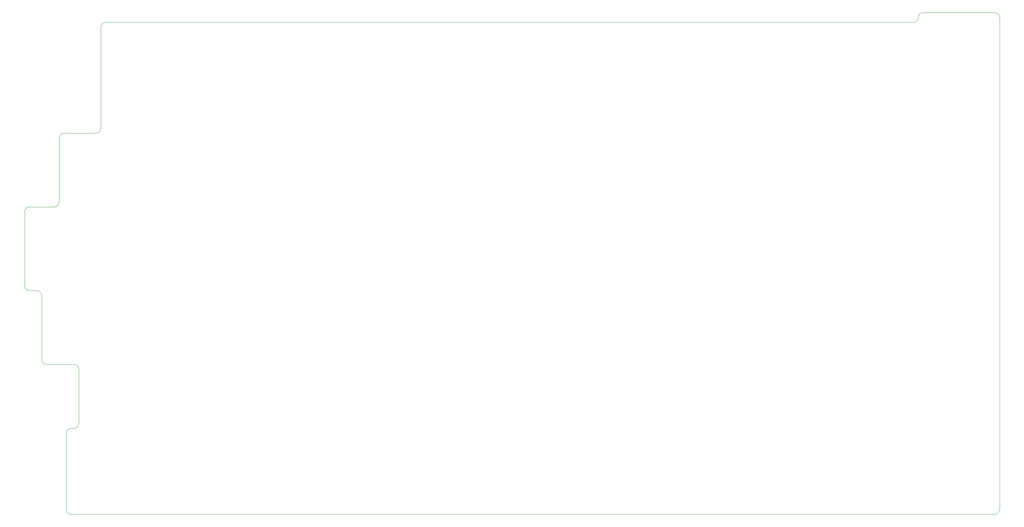
<source format=gm1>
G04 #@! TF.GenerationSoftware,KiCad,Pcbnew,(5.1.4)-1*
G04 #@! TF.CreationDate,2019-10-25T22:11:27-04:00*
G04 #@! TF.ProjectId,Split Keyboard - Right,53706c69-7420-44b6-9579-626f61726420,rev?*
G04 #@! TF.SameCoordinates,Original*
G04 #@! TF.FileFunction,Profile,NP*
%FSLAX46Y46*%
G04 Gerber Fmt 4.6, Leading zero omitted, Abs format (unit mm)*
G04 Created by KiCad (PCBNEW (5.1.4)-1) date 2019-10-25 22:11:27*
%MOMM*%
%LPD*%
G04 APERTURE LIST*
%ADD10C,0.050000*%
G04 APERTURE END LIST*
D10*
X262890000Y-153035000D02*
G75*
G02X261620000Y-154305000I-1270000J0D01*
G01*
X23495000Y-154305000D02*
G75*
G02X22225000Y-153035000I0J1270000D01*
G01*
X22225000Y-133350000D02*
G75*
G02X23495000Y-132080000I1270000J0D01*
G01*
X25400000Y-130810000D02*
G75*
G02X24130000Y-132080000I-1270000J0D01*
G01*
X24130000Y-115570000D02*
G75*
G02X25400000Y-116840000I0J-1270000D01*
G01*
X17145000Y-115570000D02*
G75*
G02X15875000Y-114300000I0J1270000D01*
G01*
X14605000Y-96520000D02*
G75*
G02X15875000Y-97790000I0J-1270000D01*
G01*
X12700000Y-96520000D02*
G75*
G02X11430000Y-95250000I0J1270000D01*
G01*
X11430000Y-76200000D02*
G75*
G02X12700000Y-74930000I1270000J0D01*
G01*
X20320000Y-73660000D02*
G75*
G02X19050000Y-74930000I-1270000J0D01*
G01*
X20320000Y-57150000D02*
G75*
G02X21590000Y-55880000I1270000J0D01*
G01*
X20320000Y-73660000D02*
X20320000Y-57150000D01*
X31115000Y-54610000D02*
G75*
G02X29845000Y-55880000I-1270000J0D01*
G01*
X31115000Y-28575000D02*
G75*
G02X32385000Y-27305000I1270000J0D01*
G01*
X241935000Y-26035000D02*
G75*
G02X240665000Y-27305000I-1270000J0D01*
G01*
X241935000Y-26035000D02*
G75*
G02X243205000Y-24765000I1270000J0D01*
G01*
X261620000Y-24765000D02*
G75*
G02X262890000Y-26035000I0J-1270000D01*
G01*
X262890000Y-153035000D02*
X262890000Y-57150000D01*
X233045000Y-154305000D02*
X261620000Y-154305000D01*
X121920000Y-154305000D02*
X233045000Y-154305000D01*
X23495000Y-154305000D02*
X121920000Y-154305000D01*
X22225000Y-133350000D02*
X22225000Y-153035000D01*
X24130000Y-132080000D02*
X23495000Y-132080000D01*
X25400000Y-116840000D02*
X25400000Y-130810000D01*
X17145000Y-115570000D02*
X24130000Y-115570000D01*
X15875000Y-97790000D02*
X15875000Y-114300000D01*
X12700000Y-96520000D02*
X14605000Y-96520000D01*
X11430000Y-76200000D02*
X11430000Y-95250000D01*
X19050000Y-74930000D02*
X12700000Y-74930000D01*
X29845000Y-55880000D02*
X21590000Y-55880000D01*
X31115000Y-28575000D02*
X31115000Y-54610000D01*
X48260000Y-27305000D02*
X32385000Y-27305000D01*
X84455000Y-27305000D02*
X48260000Y-27305000D01*
X113665000Y-27305000D02*
X84455000Y-27305000D01*
X143510000Y-27305000D02*
X113665000Y-27305000D01*
X191135000Y-27305000D02*
X143510000Y-27305000D01*
X240660000Y-27305000D02*
X191135000Y-27305000D01*
X261620000Y-24765000D02*
X243205000Y-24765000D01*
X262890000Y-57150000D02*
X262890000Y-26035000D01*
M02*

</source>
